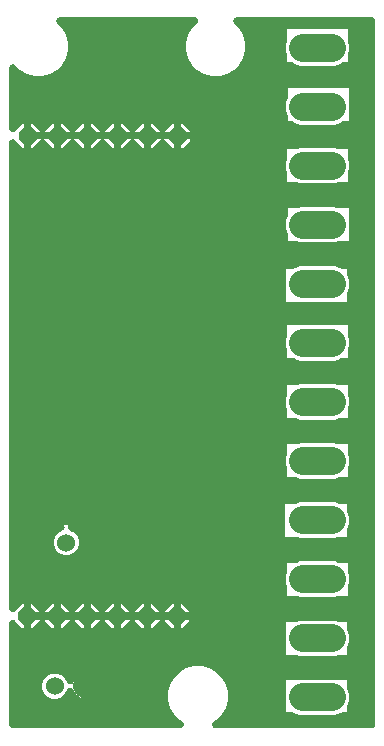
<source format=gbr>
G04 EAGLE Gerber RS-274X export*
G75*
%MOMM*%
%FSLAX34Y34*%
%LPD*%
%INTop Copper*%
%IPPOS*%
%AMOC8*
5,1,8,0,0,1.08239X$1,22.5*%
G01*
%ADD10C,2.380000*%
%ADD11C,1.524000*%
%ADD12P,1.649562X8X292.500000*%
%ADD13P,1.649562X8X112.500000*%
%ADD14C,2.000000*%

G36*
X155152Y22955D02*
X155152Y22955D01*
X155340Y22970D01*
X155529Y22978D01*
X155586Y22990D01*
X155643Y22995D01*
X155827Y23041D01*
X156012Y23079D01*
X156066Y23100D01*
X156122Y23114D01*
X156296Y23188D01*
X156472Y23257D01*
X156522Y23286D01*
X156576Y23309D01*
X156735Y23410D01*
X156898Y23506D01*
X156943Y23543D01*
X156991Y23574D01*
X157132Y23700D01*
X157278Y23821D01*
X157316Y23864D01*
X157359Y23903D01*
X157478Y24050D01*
X157602Y24193D01*
X157632Y24242D01*
X157669Y24287D01*
X157762Y24452D01*
X157862Y24612D01*
X157884Y24665D01*
X157913Y24716D01*
X157978Y24893D01*
X158050Y25068D01*
X158064Y25124D01*
X158084Y25179D01*
X158120Y25364D01*
X158163Y25548D01*
X158167Y25606D01*
X158178Y25663D01*
X158184Y25852D01*
X158197Y26040D01*
X158192Y26098D01*
X158193Y26156D01*
X158168Y26343D01*
X158151Y26531D01*
X158136Y26588D01*
X158129Y26645D01*
X158074Y26825D01*
X158026Y27009D01*
X158003Y27062D01*
X157986Y27117D01*
X157903Y27287D01*
X157826Y27460D01*
X157794Y27508D01*
X157769Y27560D01*
X157659Y27714D01*
X157556Y27872D01*
X157516Y27915D01*
X157483Y27962D01*
X157350Y28096D01*
X157222Y28236D01*
X157185Y28264D01*
X157136Y28313D01*
X156737Y28603D01*
X156698Y28623D01*
X156674Y28641D01*
X154551Y29866D01*
X149866Y34551D01*
X146554Y40288D01*
X144839Y46687D01*
X144839Y53313D01*
X146554Y59712D01*
X149866Y65449D01*
X154551Y70134D01*
X160288Y73446D01*
X166687Y75161D01*
X173313Y75161D01*
X179712Y73446D01*
X185449Y70134D01*
X190134Y65449D01*
X193446Y59712D01*
X195161Y53313D01*
X195161Y46687D01*
X193446Y40288D01*
X190134Y34551D01*
X185449Y29866D01*
X183358Y28659D01*
X183201Y28551D01*
X183040Y28448D01*
X182998Y28410D01*
X182952Y28378D01*
X182815Y28246D01*
X182672Y28119D01*
X182637Y28075D01*
X182596Y28036D01*
X182482Y27884D01*
X182362Y27735D01*
X182335Y27686D01*
X182301Y27641D01*
X182213Y27472D01*
X182119Y27306D01*
X182099Y27253D01*
X182073Y27204D01*
X182014Y27022D01*
X181947Y26843D01*
X181937Y26788D01*
X181919Y26735D01*
X181889Y26546D01*
X181853Y26359D01*
X181851Y26303D01*
X181842Y26248D01*
X181844Y26057D01*
X181838Y25866D01*
X181845Y25810D01*
X181846Y25754D01*
X181878Y25566D01*
X181903Y25377D01*
X181919Y25323D01*
X181928Y25268D01*
X181990Y25087D01*
X182045Y24905D01*
X182070Y24854D01*
X182088Y24801D01*
X182179Y24633D01*
X182263Y24462D01*
X182295Y24416D01*
X182322Y24367D01*
X182438Y24215D01*
X182548Y24060D01*
X182588Y24020D01*
X182622Y23975D01*
X182761Y23845D01*
X182895Y23709D01*
X182941Y23676D01*
X182981Y23637D01*
X183140Y23531D01*
X183294Y23419D01*
X183344Y23393D01*
X183391Y23362D01*
X183565Y23282D01*
X183735Y23197D01*
X183788Y23180D01*
X183839Y23156D01*
X184023Y23106D01*
X184205Y23049D01*
X184250Y23044D01*
X184315Y23026D01*
X184806Y22974D01*
X184852Y22976D01*
X184883Y22973D01*
X317094Y23053D01*
X317169Y23059D01*
X317244Y23057D01*
X317414Y23079D01*
X317586Y23093D01*
X317659Y23111D01*
X317733Y23121D01*
X317898Y23171D01*
X318064Y23212D01*
X318133Y23242D01*
X318206Y23263D01*
X318360Y23339D01*
X318518Y23407D01*
X318581Y23447D01*
X318649Y23480D01*
X318789Y23580D01*
X318933Y23672D01*
X318990Y23722D01*
X319051Y23766D01*
X319173Y23886D01*
X319301Y24001D01*
X319348Y24060D01*
X319402Y24113D01*
X319503Y24251D01*
X319611Y24385D01*
X319648Y24451D01*
X319692Y24511D01*
X319770Y24664D01*
X319855Y24814D01*
X319881Y24885D01*
X319915Y24952D01*
X319966Y25115D01*
X320026Y25277D01*
X320040Y25350D01*
X320063Y25422D01*
X320075Y25527D01*
X320120Y25761D01*
X320127Y25995D01*
X320139Y26100D01*
X320139Y621884D01*
X320133Y621961D01*
X320135Y622038D01*
X320113Y622207D01*
X320099Y622376D01*
X320081Y622451D01*
X320071Y622527D01*
X320022Y622690D01*
X319981Y622855D01*
X319950Y622925D01*
X319928Y622999D01*
X319853Y623152D01*
X319786Y623308D01*
X319745Y623373D01*
X319711Y623442D01*
X319612Y623581D01*
X319521Y623724D01*
X319470Y623781D01*
X319425Y623844D01*
X319306Y623965D01*
X319192Y624092D01*
X319132Y624140D01*
X319078Y624195D01*
X318941Y624295D01*
X318808Y624402D01*
X318742Y624440D01*
X318679Y624485D01*
X318527Y624562D01*
X318380Y624646D01*
X318307Y624673D01*
X318239Y624707D01*
X318077Y624758D01*
X317917Y624817D01*
X317842Y624832D01*
X317768Y624855D01*
X317663Y624867D01*
X317433Y624912D01*
X317195Y624920D01*
X317090Y624931D01*
X203075Y624862D01*
X203038Y624859D01*
X203001Y624861D01*
X202793Y624839D01*
X202584Y624822D01*
X202547Y624813D01*
X202510Y624809D01*
X202308Y624754D01*
X202105Y624703D01*
X202071Y624688D01*
X202035Y624678D01*
X201844Y624591D01*
X201652Y624508D01*
X201620Y624488D01*
X201586Y624473D01*
X201412Y624356D01*
X201236Y624243D01*
X201208Y624218D01*
X201177Y624197D01*
X201025Y624054D01*
X200868Y623914D01*
X200845Y623885D01*
X200818Y623859D01*
X200690Y623693D01*
X200558Y623530D01*
X200540Y623498D01*
X200517Y623468D01*
X200418Y623283D01*
X200315Y623101D01*
X200302Y623066D01*
X200284Y623033D01*
X200216Y622835D01*
X200143Y622638D01*
X200136Y622602D01*
X200124Y622567D01*
X200089Y622360D01*
X200049Y622154D01*
X200048Y622117D01*
X200041Y622080D01*
X200040Y621871D01*
X200034Y621661D01*
X200039Y621624D01*
X200038Y621587D01*
X200071Y621379D01*
X200098Y621172D01*
X200109Y621136D01*
X200115Y621100D01*
X200181Y620900D01*
X200241Y620700D01*
X200258Y620666D01*
X200269Y620631D01*
X200366Y620445D01*
X200458Y620257D01*
X200480Y620226D01*
X200497Y620193D01*
X200555Y620121D01*
X200744Y619855D01*
X200864Y619733D01*
X200922Y619660D01*
X205134Y615449D01*
X208446Y609712D01*
X210161Y603313D01*
X210161Y596687D01*
X208446Y590288D01*
X205134Y584551D01*
X200449Y579866D01*
X194712Y576554D01*
X188313Y574839D01*
X181687Y574839D01*
X175288Y576554D01*
X169551Y579866D01*
X164866Y584551D01*
X161554Y590288D01*
X159839Y596687D01*
X159839Y603313D01*
X161554Y609712D01*
X164866Y615449D01*
X169056Y619638D01*
X169081Y619668D01*
X169110Y619694D01*
X169241Y619856D01*
X169375Y620014D01*
X169395Y620048D01*
X169420Y620078D01*
X169523Y620259D01*
X169630Y620437D01*
X169644Y620473D01*
X169664Y620507D01*
X169736Y620703D01*
X169813Y620895D01*
X169821Y620933D01*
X169835Y620970D01*
X169875Y621174D01*
X169920Y621377D01*
X169922Y621416D01*
X169929Y621454D01*
X169936Y621661D01*
X169947Y621869D01*
X169943Y621908D01*
X169944Y621947D01*
X169917Y622153D01*
X169895Y622360D01*
X169885Y622397D01*
X169880Y622436D01*
X169820Y622635D01*
X169764Y622835D01*
X169748Y622871D01*
X169737Y622908D01*
X169646Y623095D01*
X169559Y623284D01*
X169537Y623316D01*
X169520Y623351D01*
X169400Y623520D01*
X169283Y623693D01*
X169257Y623722D01*
X169234Y623753D01*
X169088Y623901D01*
X168945Y624053D01*
X168915Y624076D01*
X168887Y624104D01*
X168719Y624226D01*
X168554Y624353D01*
X168520Y624371D01*
X168488Y624394D01*
X168303Y624488D01*
X168119Y624586D01*
X168082Y624599D01*
X168048Y624616D01*
X167850Y624679D01*
X167653Y624746D01*
X167614Y624753D01*
X167577Y624764D01*
X167484Y624775D01*
X167166Y624829D01*
X166993Y624830D01*
X166899Y624840D01*
X53166Y624771D01*
X53129Y624768D01*
X53092Y624771D01*
X52884Y624748D01*
X52674Y624731D01*
X52638Y624722D01*
X52601Y624718D01*
X52399Y624663D01*
X52196Y624612D01*
X52161Y624598D01*
X52126Y624588D01*
X51934Y624500D01*
X51742Y624417D01*
X51711Y624398D01*
X51677Y624382D01*
X51503Y624265D01*
X51326Y624152D01*
X51299Y624127D01*
X51268Y624107D01*
X51115Y623963D01*
X50959Y623823D01*
X50935Y623794D01*
X50908Y623769D01*
X50781Y623603D01*
X50649Y623439D01*
X50631Y623407D01*
X50608Y623377D01*
X50509Y623193D01*
X50405Y623010D01*
X50392Y622975D01*
X50375Y622943D01*
X50307Y622744D01*
X50234Y622548D01*
X50227Y622511D01*
X50215Y622476D01*
X50180Y622269D01*
X50140Y622063D01*
X50138Y622026D01*
X50132Y621990D01*
X50131Y621780D01*
X50125Y621570D01*
X50129Y621533D01*
X50129Y621496D01*
X50162Y621289D01*
X50189Y621081D01*
X50200Y621046D01*
X50206Y621009D01*
X50272Y620809D01*
X50332Y620609D01*
X50348Y620576D01*
X50360Y620540D01*
X50457Y620354D01*
X50549Y620166D01*
X50571Y620136D01*
X50588Y620103D01*
X50645Y620031D01*
X50835Y619764D01*
X50955Y619643D01*
X51013Y619569D01*
X55134Y615449D01*
X58446Y609712D01*
X60161Y603313D01*
X60161Y596687D01*
X58446Y590288D01*
X55134Y584551D01*
X50449Y579866D01*
X44712Y576554D01*
X38313Y574839D01*
X31687Y574839D01*
X25288Y576554D01*
X19551Y579866D01*
X15363Y584055D01*
X15334Y584079D01*
X15308Y584108D01*
X15146Y584239D01*
X14987Y584374D01*
X14954Y584394D01*
X14924Y584418D01*
X14743Y584521D01*
X14564Y584629D01*
X14529Y584643D01*
X14496Y584662D01*
X14300Y584734D01*
X14106Y584812D01*
X14069Y584820D01*
X14033Y584833D01*
X13828Y584873D01*
X13624Y584919D01*
X13586Y584921D01*
X13549Y584928D01*
X13341Y584934D01*
X13132Y584946D01*
X13094Y584942D01*
X13056Y584943D01*
X12849Y584916D01*
X12641Y584894D01*
X12605Y584884D01*
X12567Y584879D01*
X12367Y584819D01*
X12166Y584763D01*
X12131Y584747D01*
X12094Y584736D01*
X11907Y584645D01*
X11717Y584558D01*
X11685Y584536D01*
X11651Y584520D01*
X11482Y584399D01*
X11308Y584282D01*
X11280Y584256D01*
X11249Y584234D01*
X11101Y584088D01*
X10948Y583944D01*
X10925Y583914D01*
X10898Y583887D01*
X10775Y583719D01*
X10648Y583553D01*
X10630Y583519D01*
X10608Y583489D01*
X10514Y583303D01*
X10415Y583118D01*
X10402Y583082D01*
X10385Y583048D01*
X10323Y582849D01*
X10255Y582652D01*
X10249Y582614D01*
X10237Y582578D01*
X10227Y582485D01*
X10172Y582165D01*
X10171Y581993D01*
X10161Y581900D01*
X10161Y530587D01*
X10164Y530549D01*
X10162Y530511D01*
X10184Y530303D01*
X10201Y530095D01*
X10210Y530058D01*
X10214Y530020D01*
X10269Y529819D01*
X10319Y529616D01*
X10334Y529581D01*
X10345Y529545D01*
X10432Y529355D01*
X10514Y529163D01*
X10534Y529131D01*
X10550Y529096D01*
X10667Y528923D01*
X10779Y528747D01*
X10804Y528718D01*
X10826Y528687D01*
X10969Y528535D01*
X11108Y528379D01*
X11137Y528355D01*
X11163Y528327D01*
X11329Y528200D01*
X11492Y528069D01*
X11525Y528050D01*
X11555Y528027D01*
X11739Y527928D01*
X11920Y527825D01*
X11956Y527812D01*
X11990Y527794D01*
X12187Y527726D01*
X12383Y527653D01*
X12420Y527646D01*
X12456Y527634D01*
X12663Y527599D01*
X12867Y527559D01*
X12905Y527558D01*
X12943Y527551D01*
X13152Y527550D01*
X13360Y527543D01*
X13398Y527548D01*
X13436Y527548D01*
X13643Y527581D01*
X13849Y527608D01*
X13886Y527619D01*
X13923Y527625D01*
X14122Y527690D01*
X14321Y527750D01*
X14356Y527767D01*
X14392Y527779D01*
X14577Y527876D01*
X14765Y527967D01*
X14796Y527989D01*
X14830Y528007D01*
X14902Y528065D01*
X15167Y528253D01*
X15289Y528373D01*
X15363Y528432D01*
X21591Y534661D01*
X22753Y534661D01*
X22753Y524500D01*
X22753Y514339D01*
X21591Y514339D01*
X15363Y520568D01*
X15334Y520593D01*
X15308Y520621D01*
X15146Y520752D01*
X14987Y520887D01*
X14954Y520907D01*
X14924Y520931D01*
X14743Y521034D01*
X14564Y521142D01*
X14529Y521156D01*
X14496Y521175D01*
X14300Y521248D01*
X14106Y521325D01*
X14069Y521333D01*
X14033Y521347D01*
X13828Y521387D01*
X13624Y521432D01*
X13586Y521434D01*
X13549Y521441D01*
X13341Y521448D01*
X13132Y521459D01*
X13094Y521455D01*
X13056Y521457D01*
X12849Y521429D01*
X12641Y521407D01*
X12605Y521397D01*
X12567Y521392D01*
X12367Y521332D01*
X12166Y521277D01*
X12131Y521261D01*
X12094Y521250D01*
X11907Y521158D01*
X11717Y521071D01*
X11685Y521049D01*
X11651Y521033D01*
X11482Y520912D01*
X11308Y520795D01*
X11280Y520769D01*
X11249Y520747D01*
X11101Y520601D01*
X10948Y520458D01*
X10925Y520427D01*
X10898Y520401D01*
X10775Y520232D01*
X10648Y520066D01*
X10630Y520033D01*
X10608Y520002D01*
X10514Y519816D01*
X10415Y519632D01*
X10402Y519595D01*
X10385Y519561D01*
X10323Y519363D01*
X10255Y519165D01*
X10249Y519127D01*
X10237Y519091D01*
X10227Y518998D01*
X10172Y518678D01*
X10171Y518506D01*
X10161Y518413D01*
X10161Y124087D01*
X10164Y124049D01*
X10162Y124011D01*
X10184Y123803D01*
X10201Y123595D01*
X10210Y123558D01*
X10214Y123520D01*
X10269Y123319D01*
X10319Y123116D01*
X10334Y123081D01*
X10345Y123045D01*
X10432Y122855D01*
X10514Y122663D01*
X10534Y122631D01*
X10550Y122596D01*
X10667Y122423D01*
X10779Y122247D01*
X10804Y122218D01*
X10826Y122187D01*
X10969Y122035D01*
X11108Y121879D01*
X11137Y121855D01*
X11163Y121827D01*
X11329Y121700D01*
X11492Y121569D01*
X11525Y121550D01*
X11555Y121527D01*
X11739Y121428D01*
X11920Y121325D01*
X11956Y121312D01*
X11990Y121294D01*
X12187Y121226D01*
X12383Y121153D01*
X12420Y121146D01*
X12456Y121134D01*
X12663Y121099D01*
X12867Y121059D01*
X12905Y121058D01*
X12943Y121051D01*
X13152Y121050D01*
X13360Y121043D01*
X13398Y121048D01*
X13436Y121048D01*
X13643Y121081D01*
X13849Y121108D01*
X13886Y121119D01*
X13923Y121125D01*
X14122Y121190D01*
X14321Y121250D01*
X14356Y121267D01*
X14392Y121279D01*
X14577Y121376D01*
X14765Y121467D01*
X14796Y121489D01*
X14830Y121507D01*
X14902Y121565D01*
X15167Y121753D01*
X15289Y121873D01*
X15363Y121932D01*
X21391Y127961D01*
X22553Y127961D01*
X22553Y117800D01*
X22553Y107639D01*
X21391Y107639D01*
X15363Y113668D01*
X15334Y113693D01*
X15308Y113721D01*
X15146Y113852D01*
X14987Y113987D01*
X14954Y114007D01*
X14924Y114031D01*
X14743Y114134D01*
X14564Y114242D01*
X14529Y114256D01*
X14496Y114275D01*
X14300Y114348D01*
X14106Y114425D01*
X14069Y114433D01*
X14033Y114447D01*
X13828Y114487D01*
X13624Y114532D01*
X13586Y114534D01*
X13549Y114541D01*
X13341Y114548D01*
X13132Y114559D01*
X13094Y114555D01*
X13056Y114557D01*
X12849Y114529D01*
X12641Y114507D01*
X12605Y114497D01*
X12567Y114492D01*
X12367Y114432D01*
X12166Y114377D01*
X12131Y114361D01*
X12094Y114350D01*
X11907Y114258D01*
X11717Y114171D01*
X11685Y114149D01*
X11651Y114133D01*
X11482Y114012D01*
X11308Y113895D01*
X11280Y113869D01*
X11249Y113847D01*
X11101Y113701D01*
X10948Y113558D01*
X10925Y113527D01*
X10898Y113501D01*
X10775Y113332D01*
X10648Y113166D01*
X10630Y113133D01*
X10608Y113102D01*
X10514Y112916D01*
X10415Y112732D01*
X10402Y112695D01*
X10385Y112661D01*
X10323Y112462D01*
X10255Y112265D01*
X10249Y112227D01*
X10237Y112191D01*
X10227Y112098D01*
X10172Y111778D01*
X10171Y111606D01*
X10161Y111513D01*
X10161Y25916D01*
X10167Y25839D01*
X10165Y25762D01*
X10187Y25593D01*
X10201Y25424D01*
X10219Y25349D01*
X10229Y25273D01*
X10278Y25110D01*
X10319Y24945D01*
X10350Y24875D01*
X10372Y24801D01*
X10447Y24648D01*
X10514Y24492D01*
X10555Y24427D01*
X10589Y24358D01*
X10688Y24219D01*
X10779Y24076D01*
X10830Y24019D01*
X10875Y23956D01*
X10994Y23835D01*
X11108Y23708D01*
X11168Y23660D01*
X11222Y23605D01*
X11359Y23505D01*
X11492Y23398D01*
X11558Y23360D01*
X11621Y23315D01*
X11773Y23238D01*
X11920Y23154D01*
X11993Y23127D01*
X12061Y23093D01*
X12223Y23042D01*
X12383Y22983D01*
X12458Y22968D01*
X12532Y22945D01*
X12637Y22933D01*
X12867Y22888D01*
X13105Y22880D01*
X13210Y22869D01*
X155152Y22955D01*
G37*
%LPC*%
G36*
X256326Y533961D02*
X256326Y533961D01*
X250832Y536237D01*
X250663Y536407D01*
X250576Y536481D01*
X250495Y536562D01*
X250388Y536640D01*
X250287Y536726D01*
X250189Y536785D01*
X250096Y536852D01*
X249978Y536912D01*
X249864Y536981D01*
X249758Y537023D01*
X249656Y537075D01*
X249529Y537115D01*
X249406Y537164D01*
X249295Y537189D01*
X249186Y537223D01*
X249092Y537233D01*
X248924Y537271D01*
X248600Y537289D01*
X248508Y537299D01*
X246000Y537299D01*
X245999Y537300D01*
X245999Y541352D01*
X245998Y541361D01*
X245999Y541371D01*
X245979Y541606D01*
X245959Y541843D01*
X245957Y541853D01*
X245956Y541862D01*
X245945Y541901D01*
X245841Y542322D01*
X245789Y542442D01*
X245767Y542518D01*
X244351Y545936D01*
X244351Y551884D01*
X245767Y555302D01*
X245770Y555311D01*
X245775Y555320D01*
X245847Y555548D01*
X245919Y555772D01*
X245920Y555781D01*
X245923Y555791D01*
X245927Y555831D01*
X245992Y556260D01*
X245990Y556390D01*
X245999Y556468D01*
X245999Y565200D01*
X246000Y565201D01*
X297700Y565201D01*
X297701Y565200D01*
X297701Y553330D01*
X297702Y553320D01*
X297701Y553310D01*
X297721Y553075D01*
X297741Y552838D01*
X297743Y552829D01*
X297744Y552819D01*
X297755Y552781D01*
X297859Y552359D01*
X297911Y552239D01*
X297933Y552164D01*
X298049Y551884D01*
X298049Y545936D01*
X297933Y545656D01*
X297930Y545647D01*
X297925Y545638D01*
X297853Y545410D01*
X297781Y545187D01*
X297780Y545177D01*
X297777Y545168D01*
X297773Y545128D01*
X297708Y544699D01*
X297710Y544568D01*
X297701Y544490D01*
X297701Y537300D01*
X297700Y537299D01*
X293892Y537299D01*
X293779Y537290D01*
X293664Y537291D01*
X293533Y537270D01*
X293400Y537259D01*
X293290Y537232D01*
X293177Y537214D01*
X293051Y537173D01*
X292922Y537141D01*
X292817Y537096D01*
X292708Y537060D01*
X292590Y536998D01*
X292468Y536946D01*
X292372Y536885D01*
X292271Y536832D01*
X292197Y536773D01*
X292052Y536681D01*
X291810Y536465D01*
X291737Y536407D01*
X291568Y536237D01*
X286074Y533961D01*
X256326Y533961D01*
G37*
%LPD*%
%LPC*%
G36*
X256326Y583961D02*
X256326Y583961D01*
X250653Y586311D01*
X250596Y586352D01*
X250478Y586412D01*
X250364Y586481D01*
X250258Y586523D01*
X250156Y586575D01*
X250029Y586615D01*
X249906Y586664D01*
X249795Y586689D01*
X249686Y586723D01*
X249592Y586733D01*
X249424Y586771D01*
X249100Y586789D01*
X249008Y586799D01*
X245500Y586799D01*
X245499Y586800D01*
X245499Y592559D01*
X245498Y592568D01*
X245499Y592578D01*
X245479Y592813D01*
X245459Y593051D01*
X245457Y593060D01*
X245456Y593070D01*
X245445Y593108D01*
X245341Y593529D01*
X245289Y593650D01*
X245267Y593725D01*
X244351Y595936D01*
X244351Y601884D01*
X245267Y604095D01*
X245270Y604104D01*
X245275Y604113D01*
X245347Y604341D01*
X245419Y604565D01*
X245420Y604574D01*
X245423Y604583D01*
X245427Y604624D01*
X245492Y605052D01*
X245490Y605183D01*
X245499Y605261D01*
X245499Y614700D01*
X245500Y614701D01*
X297200Y614701D01*
X297201Y614700D01*
X297201Y604537D01*
X297202Y604527D01*
X297201Y604518D01*
X297221Y604282D01*
X297241Y604045D01*
X297243Y604036D01*
X297244Y604026D01*
X297255Y603988D01*
X297359Y603566D01*
X297411Y603446D01*
X297433Y603371D01*
X298049Y601883D01*
X298049Y595937D01*
X297433Y594449D01*
X297430Y594440D01*
X297425Y594431D01*
X297354Y594206D01*
X297281Y593980D01*
X297280Y593970D01*
X297277Y593961D01*
X297273Y593920D01*
X297208Y593492D01*
X297210Y593361D01*
X297201Y593283D01*
X297201Y586800D01*
X297200Y586799D01*
X293392Y586799D01*
X293279Y586790D01*
X293164Y586791D01*
X293033Y586770D01*
X292900Y586759D01*
X292790Y586732D01*
X292677Y586714D01*
X292551Y586673D01*
X292422Y586641D01*
X292317Y586596D01*
X292208Y586560D01*
X292090Y586498D01*
X291968Y586446D01*
X291872Y586385D01*
X291771Y586332D01*
X291742Y586309D01*
X286074Y583961D01*
X256326Y583961D01*
G37*
%LPD*%
%LPC*%
G36*
X244900Y383499D02*
X244900Y383499D01*
X244899Y383500D01*
X244899Y394207D01*
X244898Y394217D01*
X244899Y394227D01*
X244879Y394462D01*
X244859Y394699D01*
X244857Y394709D01*
X244856Y394718D01*
X244845Y394757D01*
X244741Y395178D01*
X244689Y395298D01*
X244667Y395373D01*
X244351Y396136D01*
X244351Y402084D01*
X244667Y402847D01*
X244670Y402856D01*
X244675Y402864D01*
X244747Y403092D01*
X244819Y403316D01*
X244820Y403326D01*
X244823Y403335D01*
X244827Y403375D01*
X244892Y403804D01*
X244890Y403935D01*
X244899Y404013D01*
X244899Y411400D01*
X244900Y411401D01*
X249303Y411401D01*
X249313Y411402D01*
X249323Y411401D01*
X249558Y411421D01*
X249795Y411441D01*
X249805Y411443D01*
X249814Y411444D01*
X249853Y411455D01*
X250274Y411559D01*
X250394Y411611D01*
X250469Y411633D01*
X256326Y414059D01*
X286074Y414059D01*
X291931Y411633D01*
X291940Y411630D01*
X291948Y411625D01*
X292177Y411553D01*
X292400Y411481D01*
X292410Y411480D01*
X292419Y411477D01*
X292459Y411473D01*
X292888Y411408D01*
X293019Y411410D01*
X293097Y411401D01*
X296600Y411401D01*
X296601Y411400D01*
X296601Y406185D01*
X296602Y406176D01*
X296601Y406166D01*
X296621Y405931D01*
X296641Y405694D01*
X296643Y405684D01*
X296644Y405675D01*
X296655Y405636D01*
X296759Y405215D01*
X296811Y405095D01*
X296833Y405019D01*
X298049Y402084D01*
X298049Y396136D01*
X296833Y393201D01*
X296830Y393192D01*
X296825Y393183D01*
X296753Y392955D01*
X296681Y392731D01*
X296680Y392722D01*
X296677Y392712D01*
X296673Y392672D01*
X296608Y392243D01*
X296610Y392113D01*
X296601Y392035D01*
X296601Y383500D01*
X296600Y383499D01*
X244900Y383499D01*
G37*
%LPD*%
%LPC*%
G36*
X256326Y34061D02*
X256326Y34061D01*
X251725Y35967D01*
X251716Y35970D01*
X251707Y35975D01*
X251479Y36047D01*
X251255Y36119D01*
X251246Y36120D01*
X251237Y36123D01*
X251196Y36127D01*
X250768Y36192D01*
X250637Y36190D01*
X250559Y36199D01*
X244200Y36199D01*
X244199Y36200D01*
X244199Y64100D01*
X244200Y64101D01*
X295900Y64101D01*
X295901Y64100D01*
X295901Y57775D01*
X295902Y57766D01*
X295901Y57756D01*
X295921Y57521D01*
X295941Y57284D01*
X295943Y57274D01*
X295944Y57265D01*
X295955Y57226D01*
X296059Y56805D01*
X296111Y56685D01*
X296133Y56609D01*
X298049Y51984D01*
X298049Y46036D01*
X296133Y41411D01*
X296130Y41402D01*
X296125Y41393D01*
X296053Y41165D01*
X295981Y40941D01*
X295980Y40932D01*
X295977Y40922D01*
X295973Y40882D01*
X295908Y40453D01*
X295910Y40323D01*
X295901Y40245D01*
X295901Y36200D01*
X295900Y36199D01*
X291841Y36199D01*
X291832Y36198D01*
X291822Y36199D01*
X291586Y36179D01*
X291349Y36159D01*
X291340Y36157D01*
X291330Y36156D01*
X291292Y36145D01*
X290871Y36041D01*
X290750Y35989D01*
X290675Y35967D01*
X286074Y34061D01*
X256326Y34061D01*
G37*
%LPD*%
%LPC*%
G36*
X256327Y184161D02*
X256327Y184161D01*
X254622Y184867D01*
X254613Y184870D01*
X254604Y184875D01*
X254377Y184946D01*
X254152Y185019D01*
X254143Y185020D01*
X254134Y185023D01*
X254093Y185027D01*
X253665Y185092D01*
X253534Y185090D01*
X253456Y185099D01*
X244100Y185099D01*
X244099Y185100D01*
X244099Y213000D01*
X244100Y213001D01*
X253166Y213001D01*
X253176Y213002D01*
X253185Y213001D01*
X253421Y213021D01*
X253658Y213041D01*
X253667Y213043D01*
X253677Y213044D01*
X253715Y213055D01*
X254137Y213159D01*
X254257Y213211D01*
X254332Y213233D01*
X256326Y214059D01*
X286074Y214059D01*
X288068Y213233D01*
X288077Y213230D01*
X288086Y213225D01*
X288314Y213153D01*
X288537Y213081D01*
X288547Y213080D01*
X288556Y213077D01*
X288596Y213073D01*
X289025Y213008D01*
X289156Y213010D01*
X289234Y213001D01*
X295800Y213001D01*
X295801Y213000D01*
X295801Y208117D01*
X295802Y208107D01*
X295801Y208097D01*
X295821Y207862D01*
X295841Y207625D01*
X295843Y207616D01*
X295844Y207606D01*
X295855Y207568D01*
X295959Y207146D01*
X296011Y207026D01*
X296033Y206951D01*
X298049Y202084D01*
X298049Y196136D01*
X296033Y191269D01*
X296030Y191260D01*
X296025Y191251D01*
X295953Y191024D01*
X295881Y190800D01*
X295880Y190790D01*
X295877Y190781D01*
X295873Y190741D01*
X295808Y190312D01*
X295810Y190181D01*
X295801Y190103D01*
X295801Y185100D01*
X295800Y185099D01*
X288944Y185099D01*
X288934Y185098D01*
X288925Y185099D01*
X288689Y185079D01*
X288452Y185059D01*
X288443Y185057D01*
X288433Y185056D01*
X288395Y185045D01*
X287974Y184941D01*
X287853Y184889D01*
X287778Y184867D01*
X286073Y184161D01*
X256327Y184161D01*
G37*
%LPD*%
%LPC*%
G36*
X256326Y84061D02*
X256326Y84061D01*
X254139Y84967D01*
X254130Y84970D01*
X254121Y84975D01*
X253894Y85046D01*
X253670Y85119D01*
X253660Y85120D01*
X253651Y85123D01*
X253610Y85127D01*
X253182Y85192D01*
X253051Y85190D01*
X252973Y85199D01*
X244400Y85199D01*
X244399Y85200D01*
X244399Y95315D01*
X244398Y95324D01*
X244399Y95334D01*
X244379Y95569D01*
X244359Y95806D01*
X244357Y95816D01*
X244356Y95826D01*
X244351Y95842D01*
X244351Y102226D01*
X244392Y102496D01*
X244390Y102627D01*
X244399Y102705D01*
X244399Y113100D01*
X244400Y113101D01*
X253649Y113101D01*
X253659Y113102D01*
X253668Y113101D01*
X253904Y113121D01*
X254141Y113141D01*
X254150Y113143D01*
X254160Y113144D01*
X254198Y113155D01*
X254620Y113259D01*
X254740Y113311D01*
X254815Y113333D01*
X256326Y113959D01*
X286074Y113959D01*
X287585Y113333D01*
X287594Y113330D01*
X287603Y113325D01*
X287830Y113254D01*
X288054Y113181D01*
X288064Y113180D01*
X288073Y113177D01*
X288114Y113173D01*
X288542Y113108D01*
X288673Y113110D01*
X288751Y113101D01*
X296100Y113101D01*
X296101Y113100D01*
X296101Y107293D01*
X296102Y107283D01*
X296101Y107273D01*
X296121Y107038D01*
X296141Y106801D01*
X296143Y106791D01*
X296144Y106782D01*
X296155Y106743D01*
X296259Y106322D01*
X296311Y106202D01*
X296333Y106126D01*
X298049Y101984D01*
X298049Y96036D01*
X296333Y91894D01*
X296330Y91884D01*
X296325Y91876D01*
X296253Y91648D01*
X296181Y91424D01*
X296180Y91415D01*
X296177Y91405D01*
X296173Y91365D01*
X296108Y90936D01*
X296110Y90806D01*
X296101Y90727D01*
X296101Y85200D01*
X296100Y85199D01*
X289427Y85199D01*
X289417Y85198D01*
X289408Y85199D01*
X289172Y85179D01*
X288935Y85159D01*
X288926Y85157D01*
X288916Y85156D01*
X288878Y85145D01*
X288456Y85041D01*
X288336Y84989D01*
X288261Y84967D01*
X286074Y84061D01*
X256326Y84061D01*
G37*
%LPD*%
%LPC*%
G36*
X256326Y334161D02*
X256326Y334161D01*
X252449Y335767D01*
X252440Y335770D01*
X252431Y335775D01*
X252203Y335847D01*
X251980Y335919D01*
X251970Y335920D01*
X251961Y335923D01*
X251920Y335927D01*
X251492Y335992D01*
X251361Y335990D01*
X251283Y335999D01*
X245400Y335999D01*
X245399Y336000D01*
X245399Y343000D01*
X245398Y343010D01*
X245399Y343020D01*
X245379Y343255D01*
X245359Y343492D01*
X245357Y343501D01*
X245356Y343511D01*
X245345Y343549D01*
X245241Y343971D01*
X245189Y344091D01*
X245167Y344166D01*
X244351Y346136D01*
X244351Y352084D01*
X245167Y354054D01*
X245170Y354063D01*
X245175Y354071D01*
X245247Y354299D01*
X245319Y354523D01*
X245320Y354533D01*
X245323Y354542D01*
X245327Y354582D01*
X245392Y355011D01*
X245390Y355142D01*
X245399Y355220D01*
X245399Y363900D01*
X245400Y363901D01*
X255339Y363901D01*
X255349Y363902D01*
X255358Y363901D01*
X255595Y363922D01*
X255831Y363941D01*
X255840Y363943D01*
X255850Y363944D01*
X255888Y363955D01*
X256307Y364059D01*
X286124Y364059D01*
X286139Y364054D01*
X286365Y363981D01*
X286374Y363980D01*
X286383Y363977D01*
X286423Y363973D01*
X286852Y363908D01*
X286983Y363910D01*
X287061Y363901D01*
X297100Y363901D01*
X297101Y363900D01*
X297101Y354978D01*
X297102Y354969D01*
X297101Y354959D01*
X297106Y354903D01*
X297105Y354867D01*
X297117Y354769D01*
X297121Y354724D01*
X297141Y354487D01*
X297143Y354477D01*
X297144Y354468D01*
X297155Y354429D01*
X297259Y354008D01*
X297311Y353888D01*
X297333Y353812D01*
X298049Y352084D01*
X298049Y346136D01*
X297333Y344408D01*
X297330Y344399D01*
X297325Y344390D01*
X297253Y344161D01*
X297181Y343938D01*
X297180Y343929D01*
X297177Y343919D01*
X297173Y343879D01*
X297108Y343450D01*
X297110Y343320D01*
X297101Y343242D01*
X297101Y336000D01*
X297100Y335999D01*
X291117Y335999D01*
X291107Y335998D01*
X291098Y335999D01*
X290862Y335979D01*
X290625Y335959D01*
X290616Y335957D01*
X290606Y335956D01*
X290568Y335945D01*
X290146Y335841D01*
X290026Y335789D01*
X289951Y335767D01*
X286074Y334161D01*
X256326Y334161D01*
G37*
%LPD*%
%LPC*%
G36*
X256326Y434161D02*
X256326Y434161D01*
X253415Y435367D01*
X253406Y435370D01*
X253397Y435375D01*
X253169Y435447D01*
X252945Y435519D01*
X252936Y435520D01*
X252926Y435523D01*
X252886Y435527D01*
X252457Y435592D01*
X252327Y435590D01*
X252249Y435599D01*
X246000Y435599D01*
X245999Y435600D01*
X245999Y441552D01*
X245998Y441561D01*
X245999Y441571D01*
X245979Y441806D01*
X245959Y442043D01*
X245957Y442053D01*
X245956Y442063D01*
X245945Y442101D01*
X245841Y442522D01*
X245789Y442642D01*
X245767Y442718D01*
X244351Y446136D01*
X244351Y452084D01*
X245767Y455502D01*
X245770Y455511D01*
X245775Y455520D01*
X245847Y455748D01*
X245919Y455972D01*
X245920Y455981D01*
X245923Y455991D01*
X245927Y456031D01*
X245992Y456460D01*
X245990Y456590D01*
X245999Y456668D01*
X245999Y463500D01*
X246000Y463501D01*
X254373Y463501D01*
X254383Y463502D01*
X254393Y463501D01*
X254628Y463521D01*
X254865Y463541D01*
X254874Y463543D01*
X254884Y463544D01*
X254922Y463555D01*
X255344Y463659D01*
X255464Y463711D01*
X255539Y463733D01*
X256326Y464059D01*
X286074Y464059D01*
X286861Y463733D01*
X286870Y463730D01*
X286879Y463725D01*
X287107Y463653D01*
X287330Y463581D01*
X287340Y463580D01*
X287349Y463577D01*
X287389Y463573D01*
X287818Y463508D01*
X287949Y463510D01*
X288027Y463501D01*
X297700Y463501D01*
X297701Y463500D01*
X297701Y453530D01*
X297702Y453520D01*
X297701Y453510D01*
X297721Y453275D01*
X297741Y453038D01*
X297743Y453029D01*
X297744Y453019D01*
X297755Y452981D01*
X297859Y452559D01*
X297911Y452439D01*
X297933Y452364D01*
X298049Y452084D01*
X298049Y446136D01*
X297933Y445856D01*
X297930Y445847D01*
X297925Y445838D01*
X297853Y445610D01*
X297781Y445387D01*
X297780Y445377D01*
X297777Y445368D01*
X297773Y445328D01*
X297708Y444899D01*
X297710Y444768D01*
X297701Y444690D01*
X297701Y435600D01*
X297700Y435599D01*
X290151Y435599D01*
X290142Y435598D01*
X290132Y435599D01*
X289897Y435579D01*
X289660Y435559D01*
X289650Y435557D01*
X289641Y435556D01*
X289602Y435545D01*
X289181Y435441D01*
X289061Y435389D01*
X288985Y435367D01*
X286074Y434161D01*
X256326Y434161D01*
G37*
%LPD*%
%LPC*%
G36*
X256326Y234161D02*
X256326Y234161D01*
X253173Y235467D01*
X253164Y235470D01*
X253156Y235475D01*
X252928Y235547D01*
X252704Y235619D01*
X252694Y235620D01*
X252685Y235623D01*
X252645Y235627D01*
X252216Y235692D01*
X252085Y235690D01*
X252007Y235699D01*
X245600Y235699D01*
X245599Y235700D01*
X245599Y242517D01*
X245598Y242527D01*
X245599Y242537D01*
X245579Y242772D01*
X245559Y243009D01*
X245557Y243019D01*
X245556Y243028D01*
X245545Y243067D01*
X245441Y243488D01*
X245389Y243608D01*
X245367Y243684D01*
X244351Y246136D01*
X244351Y252084D01*
X245367Y254536D01*
X245370Y254546D01*
X245375Y254554D01*
X245446Y254782D01*
X245519Y255006D01*
X245520Y255015D01*
X245523Y255025D01*
X245527Y255065D01*
X245592Y255494D01*
X245590Y255625D01*
X245599Y255703D01*
X245599Y263600D01*
X245600Y263601D01*
X254615Y263601D01*
X254624Y263602D01*
X254634Y263601D01*
X254870Y263621D01*
X255106Y263641D01*
X255116Y263643D01*
X255125Y263644D01*
X255164Y263655D01*
X255585Y263759D01*
X255587Y263760D01*
X255706Y263811D01*
X255781Y263833D01*
X256327Y264059D01*
X286073Y264059D01*
X286619Y263833D01*
X286628Y263830D01*
X286635Y263826D01*
X286636Y263826D01*
X286637Y263825D01*
X286864Y263754D01*
X287089Y263681D01*
X287098Y263680D01*
X287108Y263677D01*
X287148Y263673D01*
X287577Y263608D01*
X287707Y263610D01*
X287785Y263601D01*
X297300Y263601D01*
X297301Y263600D01*
X297301Y254495D01*
X297302Y254486D01*
X297301Y254476D01*
X297321Y254241D01*
X297341Y254004D01*
X297343Y253994D01*
X297344Y253985D01*
X297355Y253946D01*
X297381Y253843D01*
X297384Y253818D01*
X297400Y253766D01*
X297459Y253525D01*
X297503Y253423D01*
X297526Y253346D01*
X297530Y253339D01*
X297533Y253329D01*
X298049Y252084D01*
X298049Y246136D01*
X297533Y244891D01*
X297530Y244881D01*
X297525Y244873D01*
X297454Y244646D01*
X297381Y244421D01*
X297380Y244412D01*
X297377Y244402D01*
X297373Y244362D01*
X297308Y243933D01*
X297310Y243803D01*
X297301Y243725D01*
X297301Y235700D01*
X297300Y235699D01*
X290393Y235699D01*
X290383Y235698D01*
X290373Y235699D01*
X290138Y235679D01*
X289901Y235659D01*
X289891Y235657D01*
X289882Y235656D01*
X289844Y235645D01*
X289422Y235541D01*
X289302Y235489D01*
X289227Y235467D01*
X286074Y234161D01*
X256326Y234161D01*
G37*
%LPD*%
%LPC*%
G36*
X256326Y134161D02*
X256326Y134161D01*
X254863Y134767D01*
X254854Y134770D01*
X254846Y134775D01*
X254618Y134847D01*
X254394Y134919D01*
X254384Y134920D01*
X254375Y134923D01*
X254335Y134927D01*
X253906Y134992D01*
X253775Y134990D01*
X253697Y134999D01*
X245000Y134999D01*
X244999Y135000D01*
X244999Y143966D01*
X244998Y143976D01*
X244999Y143985D01*
X244979Y144221D01*
X244959Y144458D01*
X244957Y144467D01*
X244956Y144477D01*
X244945Y144515D01*
X244841Y144937D01*
X244789Y145057D01*
X244767Y145132D01*
X244351Y146137D01*
X244351Y152083D01*
X244767Y153088D01*
X244770Y153097D01*
X244775Y153106D01*
X244846Y153332D01*
X244919Y153557D01*
X244920Y153567D01*
X244923Y153576D01*
X244927Y153617D01*
X244992Y154045D01*
X244990Y154176D01*
X244999Y154254D01*
X244999Y162900D01*
X245000Y162901D01*
X252925Y162901D01*
X252934Y162902D01*
X252944Y162901D01*
X253179Y162921D01*
X253416Y162941D01*
X253426Y162943D01*
X253435Y162944D01*
X253474Y162955D01*
X253895Y163059D01*
X254015Y163111D01*
X254091Y163133D01*
X256326Y164059D01*
X286074Y164059D01*
X288309Y163133D01*
X288318Y163130D01*
X288327Y163125D01*
X288556Y163053D01*
X288779Y162981D01*
X288788Y162980D01*
X288798Y162977D01*
X288838Y162973D01*
X289267Y162908D01*
X289397Y162910D01*
X289475Y162901D01*
X296700Y162901D01*
X296701Y162900D01*
X296701Y155944D01*
X296702Y155934D01*
X296701Y155925D01*
X296721Y155689D01*
X296741Y155452D01*
X296743Y155443D01*
X296744Y155433D01*
X296755Y155395D01*
X296859Y154973D01*
X296911Y154853D01*
X296933Y154778D01*
X298049Y152084D01*
X298049Y146136D01*
X296933Y143442D01*
X296930Y143433D01*
X296925Y143424D01*
X296853Y143196D01*
X296781Y142973D01*
X296780Y142963D01*
X296777Y142954D01*
X296773Y142913D01*
X296708Y142485D01*
X296710Y142354D01*
X296701Y142276D01*
X296701Y135000D01*
X296700Y134999D01*
X288703Y134999D01*
X288693Y134998D01*
X288683Y134999D01*
X288448Y134979D01*
X288211Y134959D01*
X288202Y134957D01*
X288192Y134956D01*
X288154Y134945D01*
X287732Y134841D01*
X287612Y134789D01*
X287537Y134767D01*
X286074Y134161D01*
X256326Y134161D01*
G37*
%LPD*%
%LPC*%
G36*
X256326Y284161D02*
X256326Y284161D01*
X254381Y284967D01*
X254371Y284970D01*
X254363Y284975D01*
X254135Y285047D01*
X253911Y285119D01*
X253902Y285120D01*
X253892Y285123D01*
X253852Y285127D01*
X253423Y285192D01*
X253292Y285190D01*
X253214Y285199D01*
X245100Y285199D01*
X245099Y285200D01*
X245099Y293725D01*
X245098Y293734D01*
X245099Y293744D01*
X245079Y293979D01*
X245059Y294216D01*
X245057Y294226D01*
X245056Y294235D01*
X245045Y294274D01*
X244941Y294695D01*
X244889Y294815D01*
X244867Y294891D01*
X244351Y296136D01*
X244351Y302084D01*
X244867Y303329D01*
X244870Y303339D01*
X244875Y303347D01*
X244946Y303574D01*
X245019Y303799D01*
X245020Y303808D01*
X245023Y303818D01*
X245027Y303858D01*
X245092Y304287D01*
X245090Y304417D01*
X245099Y304495D01*
X245099Y313100D01*
X245100Y313101D01*
X253408Y313101D01*
X253417Y313102D01*
X253427Y313101D01*
X253662Y313121D01*
X253899Y313141D01*
X253909Y313143D01*
X253918Y313144D01*
X253957Y313155D01*
X254378Y313259D01*
X254498Y313311D01*
X254574Y313333D01*
X256326Y314059D01*
X286074Y314059D01*
X287826Y313333D01*
X287836Y313330D01*
X287844Y313325D01*
X288073Y313253D01*
X288296Y313181D01*
X288305Y313180D01*
X288315Y313177D01*
X288355Y313173D01*
X288784Y313108D01*
X288914Y313110D01*
X288992Y313101D01*
X296800Y313101D01*
X296801Y313100D01*
X296801Y305703D01*
X296802Y305693D01*
X296801Y305683D01*
X296821Y305448D01*
X296841Y305211D01*
X296843Y305201D01*
X296844Y305192D01*
X296855Y305153D01*
X296959Y304732D01*
X297011Y304612D01*
X297033Y304536D01*
X298049Y302084D01*
X298049Y296136D01*
X297033Y293684D01*
X297030Y293674D01*
X297025Y293666D01*
X296954Y293438D01*
X296881Y293214D01*
X296880Y293205D01*
X296877Y293195D01*
X296873Y293155D01*
X296808Y292726D01*
X296810Y292595D01*
X296801Y292517D01*
X296801Y285200D01*
X296800Y285199D01*
X289186Y285199D01*
X289176Y285198D01*
X289166Y285199D01*
X288931Y285179D01*
X288694Y285159D01*
X288684Y285157D01*
X288675Y285156D01*
X288636Y285145D01*
X288215Y285041D01*
X288095Y284989D01*
X288019Y284967D01*
X286074Y284161D01*
X256326Y284161D01*
G37*
%LPD*%
%LPC*%
G36*
X256326Y484161D02*
X256326Y484161D01*
X254622Y484867D01*
X254613Y484870D01*
X254604Y484875D01*
X254376Y484947D01*
X254152Y485019D01*
X254143Y485020D01*
X254134Y485023D01*
X254093Y485027D01*
X253665Y485092D01*
X253534Y485090D01*
X253456Y485099D01*
X245500Y485099D01*
X245499Y485100D01*
X245499Y492759D01*
X245498Y492768D01*
X245499Y492778D01*
X245479Y493013D01*
X245459Y493251D01*
X245457Y493260D01*
X245456Y493270D01*
X245445Y493308D01*
X245341Y493729D01*
X245289Y493850D01*
X245267Y493925D01*
X244351Y496136D01*
X244351Y502084D01*
X245267Y504295D01*
X245270Y504304D01*
X245275Y504313D01*
X245347Y504541D01*
X245419Y504765D01*
X245420Y504774D01*
X245423Y504783D01*
X245427Y504824D01*
X245492Y505252D01*
X245490Y505383D01*
X245499Y505461D01*
X245499Y513000D01*
X245500Y513001D01*
X253166Y513001D01*
X253176Y513002D01*
X253185Y513001D01*
X253421Y513021D01*
X253658Y513041D01*
X253667Y513043D01*
X253677Y513044D01*
X253715Y513055D01*
X254137Y513159D01*
X254257Y513211D01*
X254332Y513233D01*
X256326Y514059D01*
X286074Y514059D01*
X288068Y513233D01*
X288077Y513230D01*
X288086Y513225D01*
X288314Y513153D01*
X288537Y513081D01*
X288547Y513080D01*
X288556Y513077D01*
X288597Y513073D01*
X289025Y513008D01*
X289156Y513010D01*
X289234Y513001D01*
X297200Y513001D01*
X297201Y513000D01*
X297201Y504737D01*
X297202Y504727D01*
X297201Y504718D01*
X297221Y504482D01*
X297241Y504245D01*
X297243Y504236D01*
X297244Y504226D01*
X297255Y504188D01*
X297359Y503766D01*
X297411Y503646D01*
X297433Y503571D01*
X298049Y502084D01*
X298049Y496136D01*
X297433Y494649D01*
X297430Y494640D01*
X297425Y494631D01*
X297353Y494403D01*
X297281Y494180D01*
X297280Y494170D01*
X297277Y494161D01*
X297273Y494121D01*
X297208Y493692D01*
X297210Y493561D01*
X297201Y493483D01*
X297201Y485100D01*
X297200Y485099D01*
X288944Y485099D01*
X288935Y485098D01*
X288925Y485099D01*
X288690Y485079D01*
X288452Y485059D01*
X288443Y485057D01*
X288433Y485056D01*
X288395Y485045D01*
X287974Y484941D01*
X287853Y484889D01*
X287778Y484867D01*
X286074Y484161D01*
X256326Y484161D01*
G37*
%LPD*%
%LPC*%
G36*
X56378Y169431D02*
X56378Y169431D01*
X52457Y171055D01*
X49455Y174057D01*
X47831Y177978D01*
X47831Y182222D01*
X49455Y186143D01*
X52457Y189145D01*
X55156Y190263D01*
X55296Y190334D01*
X55441Y190398D01*
X55515Y190447D01*
X55595Y190488D01*
X55722Y190581D01*
X55854Y190667D01*
X55920Y190728D01*
X55992Y190781D01*
X56102Y190894D01*
X56218Y191000D01*
X56274Y191070D01*
X56336Y191134D01*
X56427Y191263D01*
X56525Y191387D01*
X56568Y191465D01*
X56619Y191538D01*
X56688Y191680D01*
X56764Y191818D01*
X56794Y191902D01*
X56833Y191982D01*
X56878Y192134D01*
X56931Y192282D01*
X56947Y192370D01*
X56973Y192456D01*
X56992Y192612D01*
X57021Y192767D01*
X57023Y192857D01*
X57034Y192945D01*
X57028Y193102D01*
X57031Y193260D01*
X57019Y193349D01*
X57016Y193438D01*
X56984Y193592D01*
X56962Y193749D01*
X56935Y193834D01*
X56918Y193922D01*
X56862Y194069D01*
X56815Y194220D01*
X56775Y194300D01*
X56743Y194383D01*
X56664Y194520D01*
X56594Y194661D01*
X56541Y194733D01*
X56497Y194810D01*
X56397Y194932D01*
X56304Y195060D01*
X56241Y195123D01*
X56184Y195192D01*
X56066Y195296D01*
X55954Y195408D01*
X55881Y195459D01*
X55814Y195518D01*
X55681Y195602D01*
X55552Y195694D01*
X55490Y195722D01*
X55396Y195781D01*
X54942Y195972D01*
X54935Y195974D01*
X54931Y195976D01*
X54600Y196084D01*
X53175Y196810D01*
X51881Y197750D01*
X50750Y198881D01*
X49810Y200175D01*
X49084Y201600D01*
X48807Y202453D01*
X58500Y202453D01*
X68193Y202453D01*
X67916Y201600D01*
X67190Y200175D01*
X66250Y198881D01*
X65119Y197750D01*
X63825Y196810D01*
X62400Y196084D01*
X62069Y195976D01*
X61923Y195915D01*
X61774Y195863D01*
X61696Y195820D01*
X61614Y195786D01*
X61480Y195703D01*
X61341Y195627D01*
X61270Y195572D01*
X61195Y195525D01*
X61076Y195421D01*
X60952Y195324D01*
X60891Y195259D01*
X60824Y195200D01*
X60723Y195078D01*
X60616Y194963D01*
X60567Y194888D01*
X60510Y194819D01*
X60431Y194683D01*
X60343Y194552D01*
X60307Y194470D01*
X60262Y194393D01*
X60205Y194246D01*
X60140Y194102D01*
X60117Y194016D01*
X60085Y193932D01*
X60054Y193778D01*
X60013Y193625D01*
X60004Y193537D01*
X59986Y193449D01*
X59979Y193292D01*
X59964Y193135D01*
X59969Y193045D01*
X59966Y192956D01*
X59985Y192800D01*
X59994Y192642D01*
X60014Y192555D01*
X60025Y192467D01*
X60069Y192315D01*
X60104Y192161D01*
X60138Y192079D01*
X60163Y191993D01*
X60231Y191851D01*
X60290Y191704D01*
X60337Y191628D01*
X60375Y191548D01*
X60465Y191418D01*
X60548Y191283D01*
X60606Y191216D01*
X60657Y191142D01*
X60766Y191029D01*
X60869Y190909D01*
X60938Y190852D01*
X61000Y190788D01*
X61126Y190694D01*
X61247Y190592D01*
X61307Y190559D01*
X61396Y190494D01*
X61834Y190267D01*
X61840Y190265D01*
X61844Y190263D01*
X64543Y189145D01*
X67545Y186143D01*
X69169Y182222D01*
X69169Y177978D01*
X67545Y174057D01*
X64543Y171055D01*
X60622Y169431D01*
X56378Y169431D01*
G37*
%LPD*%
%LPC*%
G36*
X46678Y47831D02*
X46678Y47831D01*
X42757Y49455D01*
X39755Y52457D01*
X38131Y56378D01*
X38131Y60622D01*
X39755Y64543D01*
X42757Y67545D01*
X46678Y69169D01*
X50922Y69169D01*
X54843Y67545D01*
X57845Y64543D01*
X58963Y61844D01*
X59034Y61704D01*
X59098Y61559D01*
X59147Y61485D01*
X59188Y61405D01*
X59281Y61278D01*
X59367Y61146D01*
X59428Y61080D01*
X59481Y61008D01*
X59594Y60898D01*
X59700Y60782D01*
X59770Y60726D01*
X59834Y60664D01*
X59963Y60573D01*
X60087Y60475D01*
X60165Y60432D01*
X60238Y60381D01*
X60380Y60312D01*
X60518Y60236D01*
X60602Y60206D01*
X60682Y60167D01*
X60834Y60122D01*
X60982Y60069D01*
X61070Y60053D01*
X61156Y60027D01*
X61312Y60008D01*
X61467Y59979D01*
X61557Y59977D01*
X61645Y59966D01*
X61802Y59972D01*
X61960Y59969D01*
X62049Y59981D01*
X62138Y59984D01*
X62292Y60016D01*
X62449Y60038D01*
X62534Y60065D01*
X62622Y60082D01*
X62769Y60138D01*
X62920Y60185D01*
X63000Y60225D01*
X63083Y60257D01*
X63220Y60336D01*
X63361Y60406D01*
X63433Y60459D01*
X63510Y60503D01*
X63632Y60603D01*
X63760Y60696D01*
X63823Y60759D01*
X63892Y60816D01*
X63996Y60934D01*
X64108Y61046D01*
X64159Y61119D01*
X64218Y61186D01*
X64302Y61319D01*
X64394Y61448D01*
X64422Y61510D01*
X64481Y61604D01*
X64672Y62058D01*
X64674Y62065D01*
X64676Y62069D01*
X64784Y62400D01*
X65510Y63825D01*
X66450Y65119D01*
X67581Y66250D01*
X68875Y67190D01*
X70300Y67916D01*
X71153Y68193D01*
X71153Y58500D01*
X71153Y48807D01*
X70300Y49084D01*
X68875Y49810D01*
X67581Y50750D01*
X66450Y51881D01*
X65510Y53175D01*
X64784Y54600D01*
X64676Y54931D01*
X64615Y55077D01*
X64563Y55226D01*
X64520Y55304D01*
X64486Y55387D01*
X64403Y55521D01*
X64327Y55659D01*
X64272Y55730D01*
X64225Y55805D01*
X64121Y55924D01*
X64024Y56048D01*
X63959Y56109D01*
X63900Y56176D01*
X63778Y56277D01*
X63663Y56384D01*
X63588Y56433D01*
X63519Y56490D01*
X63383Y56570D01*
X63252Y56657D01*
X63170Y56694D01*
X63093Y56738D01*
X62946Y56795D01*
X62802Y56860D01*
X62715Y56883D01*
X62632Y56915D01*
X62478Y56946D01*
X62325Y56987D01*
X62236Y56996D01*
X62149Y57014D01*
X61991Y57021D01*
X61835Y57036D01*
X61745Y57031D01*
X61656Y57034D01*
X61499Y57015D01*
X61342Y57006D01*
X61255Y56986D01*
X61166Y56975D01*
X61015Y56931D01*
X60861Y56896D01*
X60778Y56862D01*
X60693Y56837D01*
X60550Y56769D01*
X60404Y56710D01*
X60328Y56663D01*
X60247Y56625D01*
X60118Y56535D01*
X59983Y56452D01*
X59916Y56394D01*
X59842Y56343D01*
X59729Y56234D01*
X59609Y56131D01*
X59552Y56062D01*
X59488Y56000D01*
X59394Y55873D01*
X59292Y55753D01*
X59259Y55693D01*
X59193Y55604D01*
X58967Y55166D01*
X58965Y55160D01*
X58962Y55156D01*
X57844Y52457D01*
X54843Y49455D01*
X50922Y47831D01*
X46678Y47831D01*
G37*
%LPD*%
%LPC*%
G36*
X64708Y527547D02*
X64708Y527547D01*
X64778Y527570D01*
X64942Y527615D01*
X65012Y527647D01*
X65084Y527671D01*
X65235Y527750D01*
X65391Y527821D01*
X65454Y527864D01*
X65522Y527899D01*
X65604Y527964D01*
X65800Y528097D01*
X65973Y528259D01*
X66055Y528324D01*
X72391Y534661D01*
X73553Y534661D01*
X73553Y527547D01*
X64708Y527547D01*
G37*
%LPD*%
%LPC*%
G36*
X90108Y527547D02*
X90108Y527547D01*
X90178Y527570D01*
X90342Y527615D01*
X90412Y527647D01*
X90484Y527671D01*
X90635Y527750D01*
X90791Y527821D01*
X90854Y527864D01*
X90922Y527899D01*
X91004Y527964D01*
X91200Y528097D01*
X91373Y528259D01*
X91455Y528324D01*
X97791Y534661D01*
X98953Y534661D01*
X98953Y527547D01*
X90108Y527547D01*
G37*
%LPD*%
%LPC*%
G36*
X39308Y527547D02*
X39308Y527547D01*
X39378Y527570D01*
X39542Y527615D01*
X39612Y527647D01*
X39684Y527671D01*
X39835Y527750D01*
X39991Y527821D01*
X40054Y527864D01*
X40122Y527899D01*
X40204Y527964D01*
X40400Y528097D01*
X40573Y528259D01*
X40655Y528324D01*
X46991Y534661D01*
X48153Y534661D01*
X48153Y527547D01*
X39308Y527547D01*
G37*
%LPD*%
%LPC*%
G36*
X115508Y527547D02*
X115508Y527547D01*
X115578Y527570D01*
X115742Y527615D01*
X115812Y527647D01*
X115884Y527671D01*
X116035Y527750D01*
X116191Y527821D01*
X116254Y527864D01*
X116322Y527899D01*
X116404Y527964D01*
X116600Y528097D01*
X116773Y528259D01*
X116855Y528324D01*
X123191Y534661D01*
X124353Y534661D01*
X124353Y527547D01*
X115508Y527547D01*
G37*
%LPD*%
%LPC*%
G36*
X140908Y527547D02*
X140908Y527547D01*
X140978Y527570D01*
X141142Y527615D01*
X141212Y527647D01*
X141284Y527671D01*
X141435Y527750D01*
X141591Y527821D01*
X141654Y527864D01*
X141722Y527899D01*
X141804Y527964D01*
X142000Y528097D01*
X142173Y528259D01*
X142255Y528324D01*
X148591Y534661D01*
X149753Y534661D01*
X149753Y527547D01*
X140908Y527547D01*
G37*
%LPD*%
%LPC*%
G36*
X79447Y107639D02*
X79447Y107639D01*
X79447Y114753D01*
X88292Y114753D01*
X88222Y114730D01*
X88058Y114685D01*
X87988Y114653D01*
X87916Y114629D01*
X87765Y114550D01*
X87609Y114479D01*
X87546Y114436D01*
X87478Y114401D01*
X87396Y114336D01*
X87200Y114203D01*
X87027Y114041D01*
X86945Y113976D01*
X80609Y107639D01*
X79447Y107639D01*
G37*
%LPD*%
%LPC*%
G36*
X54047Y107639D02*
X54047Y107639D01*
X54047Y114753D01*
X62892Y114753D01*
X62822Y114730D01*
X62658Y114685D01*
X62588Y114653D01*
X62516Y114629D01*
X62365Y114550D01*
X62209Y114479D01*
X62146Y114436D01*
X62078Y114401D01*
X61996Y114336D01*
X61800Y114203D01*
X61627Y114041D01*
X61545Y113976D01*
X55209Y107639D01*
X54047Y107639D01*
G37*
%LPD*%
%LPC*%
G36*
X104847Y107639D02*
X104847Y107639D01*
X104847Y114753D01*
X113692Y114753D01*
X113622Y114730D01*
X113458Y114685D01*
X113388Y114653D01*
X113316Y114629D01*
X113165Y114550D01*
X113009Y114479D01*
X112946Y114436D01*
X112878Y114401D01*
X112796Y114336D01*
X112600Y114203D01*
X112427Y114041D01*
X112345Y113976D01*
X106009Y107639D01*
X104847Y107639D01*
G37*
%LPD*%
%LPC*%
G36*
X28647Y107639D02*
X28647Y107639D01*
X28647Y114753D01*
X37492Y114753D01*
X37422Y114730D01*
X37258Y114685D01*
X37188Y114653D01*
X37116Y114629D01*
X36965Y114550D01*
X36809Y114479D01*
X36746Y114436D01*
X36678Y114401D01*
X36596Y114336D01*
X36400Y114203D01*
X36227Y114041D01*
X36145Y113976D01*
X29809Y107639D01*
X28647Y107639D01*
G37*
%LPD*%
%LPC*%
G36*
X130247Y107639D02*
X130247Y107639D01*
X130247Y114753D01*
X139092Y114753D01*
X139022Y114730D01*
X138858Y114685D01*
X138788Y114653D01*
X138716Y114629D01*
X138565Y114550D01*
X138409Y114479D01*
X138346Y114436D01*
X138278Y114401D01*
X138196Y114336D01*
X138000Y114203D01*
X137827Y114041D01*
X137745Y113976D01*
X131409Y107639D01*
X130247Y107639D01*
G37*
%LPD*%
%LPC*%
G36*
X140708Y120847D02*
X140708Y120847D01*
X140778Y120870D01*
X140942Y120915D01*
X141012Y120947D01*
X141084Y120971D01*
X141235Y121050D01*
X141391Y121121D01*
X141454Y121164D01*
X141522Y121199D01*
X141604Y121265D01*
X141800Y121397D01*
X141972Y121558D01*
X142055Y121624D01*
X148391Y127961D01*
X149553Y127961D01*
X149553Y120847D01*
X140708Y120847D01*
G37*
%LPD*%
%LPC*%
G36*
X115308Y120847D02*
X115308Y120847D01*
X115378Y120870D01*
X115542Y120915D01*
X115612Y120947D01*
X115684Y120971D01*
X115835Y121050D01*
X115991Y121121D01*
X116054Y121164D01*
X116122Y121199D01*
X116204Y121265D01*
X116400Y121397D01*
X116572Y121558D01*
X116655Y121624D01*
X122991Y127961D01*
X124153Y127961D01*
X124153Y120847D01*
X115308Y120847D01*
G37*
%LPD*%
%LPC*%
G36*
X64508Y120847D02*
X64508Y120847D01*
X64578Y120870D01*
X64742Y120915D01*
X64812Y120947D01*
X64884Y120971D01*
X65035Y121050D01*
X65191Y121121D01*
X65254Y121164D01*
X65322Y121199D01*
X65404Y121265D01*
X65600Y121397D01*
X65772Y121558D01*
X65855Y121624D01*
X72191Y127961D01*
X73353Y127961D01*
X73353Y120847D01*
X64508Y120847D01*
G37*
%LPD*%
%LPC*%
G36*
X39108Y120847D02*
X39108Y120847D01*
X39178Y120870D01*
X39342Y120915D01*
X39412Y120947D01*
X39484Y120971D01*
X39635Y121050D01*
X39791Y121121D01*
X39854Y121164D01*
X39922Y121199D01*
X40004Y121265D01*
X40200Y121397D01*
X40372Y121558D01*
X40455Y121624D01*
X46791Y127961D01*
X47953Y127961D01*
X47953Y120847D01*
X39108Y120847D01*
G37*
%LPD*%
%LPC*%
G36*
X89908Y120847D02*
X89908Y120847D01*
X89978Y120870D01*
X90142Y120915D01*
X90212Y120947D01*
X90284Y120971D01*
X90435Y121050D01*
X90591Y121121D01*
X90654Y121164D01*
X90722Y121199D01*
X90804Y121265D01*
X91000Y121397D01*
X91172Y121558D01*
X91255Y121624D01*
X97591Y127961D01*
X98753Y127961D01*
X98753Y120847D01*
X89908Y120847D01*
G37*
%LPD*%
%LPC*%
G36*
X28847Y514339D02*
X28847Y514339D01*
X28847Y521453D01*
X37692Y521453D01*
X37622Y521430D01*
X37458Y521385D01*
X37388Y521353D01*
X37316Y521329D01*
X37165Y521250D01*
X37009Y521179D01*
X36946Y521136D01*
X36878Y521101D01*
X36796Y521035D01*
X36600Y520903D01*
X36428Y520742D01*
X36345Y520676D01*
X30009Y514339D01*
X28847Y514339D01*
G37*
%LPD*%
%LPC*%
G36*
X54247Y514339D02*
X54247Y514339D01*
X54247Y521453D01*
X63092Y521453D01*
X63022Y521430D01*
X62858Y521385D01*
X62788Y521353D01*
X62716Y521329D01*
X62565Y521250D01*
X62409Y521179D01*
X62346Y521136D01*
X62278Y521101D01*
X62196Y521035D01*
X62000Y520903D01*
X61828Y520742D01*
X61745Y520676D01*
X55409Y514339D01*
X54247Y514339D01*
G37*
%LPD*%
%LPC*%
G36*
X79647Y514339D02*
X79647Y514339D01*
X79647Y521453D01*
X88492Y521453D01*
X88422Y521430D01*
X88258Y521385D01*
X88188Y521353D01*
X88116Y521329D01*
X87965Y521250D01*
X87809Y521179D01*
X87746Y521136D01*
X87678Y521101D01*
X87596Y521035D01*
X87400Y520903D01*
X87228Y520742D01*
X87145Y520676D01*
X80809Y514339D01*
X79647Y514339D01*
G37*
%LPD*%
%LPC*%
G36*
X105047Y514339D02*
X105047Y514339D01*
X105047Y521453D01*
X113892Y521453D01*
X113822Y521430D01*
X113658Y521385D01*
X113588Y521353D01*
X113516Y521329D01*
X113365Y521250D01*
X113209Y521179D01*
X113146Y521136D01*
X113078Y521101D01*
X112996Y521035D01*
X112800Y520903D01*
X112628Y520742D01*
X112545Y520676D01*
X106209Y514339D01*
X105047Y514339D01*
G37*
%LPD*%
%LPC*%
G36*
X130447Y514339D02*
X130447Y514339D01*
X130447Y521453D01*
X139292Y521453D01*
X139222Y521430D01*
X139058Y521385D01*
X138988Y521353D01*
X138916Y521329D01*
X138765Y521250D01*
X138609Y521179D01*
X138546Y521136D01*
X138478Y521101D01*
X138396Y521035D01*
X138200Y520903D01*
X138028Y520742D01*
X137945Y520676D01*
X131609Y514339D01*
X130447Y514339D01*
G37*
%LPD*%
%LPC*%
G36*
X28647Y120847D02*
X28647Y120847D01*
X28647Y127961D01*
X29809Y127961D01*
X36145Y121624D01*
X36203Y121575D01*
X36256Y121519D01*
X36391Y121415D01*
X36521Y121305D01*
X36587Y121265D01*
X36647Y121219D01*
X36797Y121138D01*
X36944Y121050D01*
X37015Y121022D01*
X37082Y120986D01*
X37243Y120930D01*
X37402Y120867D01*
X37476Y120851D01*
X37485Y120847D01*
X28647Y120847D01*
G37*
%LPD*%
%LPC*%
G36*
X54047Y120847D02*
X54047Y120847D01*
X54047Y127961D01*
X55209Y127961D01*
X61545Y121624D01*
X61603Y121575D01*
X61656Y121519D01*
X61791Y121415D01*
X61921Y121305D01*
X61987Y121265D01*
X62047Y121219D01*
X62197Y121138D01*
X62344Y121050D01*
X62415Y121022D01*
X62482Y120986D01*
X62643Y120930D01*
X62802Y120867D01*
X62876Y120851D01*
X62885Y120847D01*
X54047Y120847D01*
G37*
%LPD*%
%LPC*%
G36*
X104847Y120847D02*
X104847Y120847D01*
X104847Y127961D01*
X106009Y127961D01*
X112345Y121624D01*
X112403Y121575D01*
X112456Y121519D01*
X112591Y121415D01*
X112721Y121305D01*
X112787Y121265D01*
X112847Y121219D01*
X112997Y121138D01*
X113144Y121050D01*
X113215Y121022D01*
X113282Y120986D01*
X113443Y120930D01*
X113602Y120867D01*
X113676Y120851D01*
X113685Y120847D01*
X104847Y120847D01*
G37*
%LPD*%
%LPC*%
G36*
X130247Y120847D02*
X130247Y120847D01*
X130247Y127961D01*
X131409Y127961D01*
X137745Y121624D01*
X137803Y121575D01*
X137856Y121519D01*
X137991Y121415D01*
X138121Y121305D01*
X138187Y121265D01*
X138247Y121219D01*
X138397Y121138D01*
X138544Y121050D01*
X138615Y121022D01*
X138682Y120986D01*
X138843Y120930D01*
X139002Y120867D01*
X139076Y120851D01*
X139085Y120847D01*
X130247Y120847D01*
G37*
%LPD*%
%LPC*%
G36*
X79447Y120847D02*
X79447Y120847D01*
X79447Y127961D01*
X80609Y127961D01*
X86945Y121624D01*
X87003Y121575D01*
X87056Y121519D01*
X87191Y121415D01*
X87321Y121305D01*
X87387Y121265D01*
X87447Y121219D01*
X87597Y121138D01*
X87744Y121050D01*
X87815Y121022D01*
X87882Y120986D01*
X88043Y120930D01*
X88202Y120867D01*
X88276Y120851D01*
X88285Y120847D01*
X79447Y120847D01*
G37*
%LPD*%
%LPC*%
G36*
X54247Y527547D02*
X54247Y527547D01*
X54247Y534661D01*
X55409Y534661D01*
X61745Y528324D01*
X61803Y528275D01*
X61855Y528219D01*
X61991Y528115D01*
X62121Y528005D01*
X62187Y527965D01*
X62247Y527919D01*
X62397Y527838D01*
X62544Y527750D01*
X62614Y527722D01*
X62682Y527686D01*
X62843Y527630D01*
X63002Y527567D01*
X63076Y527551D01*
X63085Y527547D01*
X54247Y527547D01*
G37*
%LPD*%
%LPC*%
G36*
X130447Y527547D02*
X130447Y527547D01*
X130447Y534661D01*
X131609Y534661D01*
X137945Y528324D01*
X138003Y528275D01*
X138055Y528219D01*
X138191Y528115D01*
X138321Y528005D01*
X138387Y527965D01*
X138447Y527919D01*
X138597Y527838D01*
X138744Y527750D01*
X138814Y527722D01*
X138882Y527686D01*
X139043Y527630D01*
X139202Y527567D01*
X139276Y527551D01*
X139285Y527547D01*
X130447Y527547D01*
G37*
%LPD*%
%LPC*%
G36*
X28847Y527547D02*
X28847Y527547D01*
X28847Y534661D01*
X30009Y534661D01*
X36345Y528324D01*
X36403Y528275D01*
X36455Y528219D01*
X36591Y528115D01*
X36721Y528005D01*
X36787Y527965D01*
X36847Y527919D01*
X36997Y527838D01*
X37144Y527750D01*
X37214Y527722D01*
X37282Y527686D01*
X37443Y527630D01*
X37602Y527567D01*
X37676Y527551D01*
X37685Y527547D01*
X28847Y527547D01*
G37*
%LPD*%
%LPC*%
G36*
X79647Y527547D02*
X79647Y527547D01*
X79647Y534661D01*
X80809Y534661D01*
X87145Y528324D01*
X87203Y528275D01*
X87255Y528219D01*
X87391Y528115D01*
X87521Y528005D01*
X87587Y527965D01*
X87647Y527919D01*
X87797Y527838D01*
X87944Y527750D01*
X88014Y527722D01*
X88082Y527686D01*
X88243Y527630D01*
X88402Y527567D01*
X88476Y527551D01*
X88485Y527547D01*
X79647Y527547D01*
G37*
%LPD*%
%LPC*%
G36*
X105047Y527547D02*
X105047Y527547D01*
X105047Y534661D01*
X106209Y534661D01*
X112545Y528324D01*
X112603Y528275D01*
X112655Y528219D01*
X112791Y528115D01*
X112921Y528005D01*
X112987Y527965D01*
X113047Y527919D01*
X113197Y527838D01*
X113344Y527750D01*
X113414Y527722D01*
X113482Y527686D01*
X113643Y527630D01*
X113802Y527567D01*
X113876Y527551D01*
X113885Y527547D01*
X105047Y527547D01*
G37*
%LPD*%
%LPC*%
G36*
X97791Y514339D02*
X97791Y514339D01*
X91455Y520676D01*
X91397Y520725D01*
X91344Y520781D01*
X91209Y520885D01*
X91079Y520995D01*
X91013Y521035D01*
X90953Y521081D01*
X90803Y521162D01*
X90656Y521250D01*
X90585Y521278D01*
X90518Y521314D01*
X90357Y521370D01*
X90198Y521433D01*
X90124Y521449D01*
X90115Y521453D01*
X98953Y521453D01*
X98953Y514339D01*
X97791Y514339D01*
G37*
%LPD*%
%LPC*%
G36*
X72391Y514339D02*
X72391Y514339D01*
X66055Y520676D01*
X65997Y520725D01*
X65944Y520781D01*
X65809Y520885D01*
X65679Y520995D01*
X65613Y521035D01*
X65553Y521081D01*
X65403Y521162D01*
X65256Y521250D01*
X65185Y521278D01*
X65118Y521314D01*
X64957Y521370D01*
X64798Y521433D01*
X64724Y521449D01*
X64715Y521453D01*
X73553Y521453D01*
X73553Y514339D01*
X72391Y514339D01*
G37*
%LPD*%
%LPC*%
G36*
X46991Y514339D02*
X46991Y514339D01*
X40655Y520676D01*
X40597Y520725D01*
X40544Y520781D01*
X40409Y520885D01*
X40279Y520995D01*
X40213Y521035D01*
X40153Y521081D01*
X40003Y521162D01*
X39856Y521250D01*
X39785Y521278D01*
X39718Y521314D01*
X39557Y521370D01*
X39398Y521433D01*
X39324Y521449D01*
X39315Y521453D01*
X48153Y521453D01*
X48153Y514339D01*
X46991Y514339D01*
G37*
%LPD*%
%LPC*%
G36*
X148591Y514339D02*
X148591Y514339D01*
X142255Y520676D01*
X142197Y520725D01*
X142144Y520781D01*
X142009Y520885D01*
X141879Y520995D01*
X141813Y521035D01*
X141753Y521081D01*
X141603Y521162D01*
X141456Y521250D01*
X141385Y521278D01*
X141318Y521314D01*
X141157Y521370D01*
X140998Y521433D01*
X140924Y521449D01*
X140915Y521453D01*
X149753Y521453D01*
X149753Y514339D01*
X148591Y514339D01*
G37*
%LPD*%
%LPC*%
G36*
X123191Y514339D02*
X123191Y514339D01*
X116855Y520676D01*
X116797Y520725D01*
X116744Y520781D01*
X116609Y520885D01*
X116479Y520995D01*
X116413Y521035D01*
X116353Y521081D01*
X116203Y521162D01*
X116056Y521250D01*
X115985Y521278D01*
X115918Y521314D01*
X115757Y521370D01*
X115598Y521433D01*
X115524Y521449D01*
X115515Y521453D01*
X124353Y521453D01*
X124353Y514339D01*
X123191Y514339D01*
G37*
%LPD*%
%LPC*%
G36*
X148391Y107639D02*
X148391Y107639D01*
X142055Y113976D01*
X141997Y114025D01*
X141945Y114081D01*
X141809Y114185D01*
X141679Y114295D01*
X141613Y114335D01*
X141553Y114381D01*
X141403Y114462D01*
X141256Y114550D01*
X141186Y114578D01*
X141118Y114614D01*
X140957Y114670D01*
X140798Y114733D01*
X140724Y114749D01*
X140715Y114753D01*
X149553Y114753D01*
X149553Y107639D01*
X148391Y107639D01*
G37*
%LPD*%
%LPC*%
G36*
X122991Y107639D02*
X122991Y107639D01*
X116655Y113976D01*
X116597Y114025D01*
X116545Y114081D01*
X116409Y114185D01*
X116279Y114295D01*
X116213Y114335D01*
X116153Y114381D01*
X116003Y114462D01*
X115856Y114550D01*
X115786Y114578D01*
X115718Y114614D01*
X115557Y114670D01*
X115398Y114733D01*
X115324Y114749D01*
X115315Y114753D01*
X124153Y114753D01*
X124153Y107639D01*
X122991Y107639D01*
G37*
%LPD*%
%LPC*%
G36*
X97591Y107639D02*
X97591Y107639D01*
X91255Y113976D01*
X91197Y114025D01*
X91145Y114081D01*
X91009Y114185D01*
X90879Y114295D01*
X90813Y114335D01*
X90753Y114381D01*
X90603Y114462D01*
X90456Y114550D01*
X90386Y114578D01*
X90318Y114614D01*
X90157Y114670D01*
X89998Y114733D01*
X89924Y114749D01*
X89915Y114753D01*
X98753Y114753D01*
X98753Y107639D01*
X97591Y107639D01*
G37*
%LPD*%
%LPC*%
G36*
X72191Y107639D02*
X72191Y107639D01*
X65855Y113976D01*
X65797Y114025D01*
X65745Y114081D01*
X65609Y114185D01*
X65479Y114295D01*
X65413Y114335D01*
X65353Y114381D01*
X65203Y114462D01*
X65056Y114550D01*
X64986Y114578D01*
X64918Y114614D01*
X64757Y114670D01*
X64598Y114733D01*
X64524Y114749D01*
X64515Y114753D01*
X73353Y114753D01*
X73353Y107639D01*
X72191Y107639D01*
G37*
%LPD*%
%LPC*%
G36*
X46791Y107639D02*
X46791Y107639D01*
X40455Y113976D01*
X40397Y114025D01*
X40345Y114081D01*
X40209Y114185D01*
X40079Y114295D01*
X40013Y114335D01*
X39953Y114381D01*
X39803Y114462D01*
X39656Y114550D01*
X39586Y114578D01*
X39518Y114614D01*
X39357Y114670D01*
X39198Y114733D01*
X39124Y114749D01*
X39115Y114753D01*
X47953Y114753D01*
X47953Y107639D01*
X46791Y107639D01*
G37*
%LPD*%
%LPC*%
G36*
X155847Y527547D02*
X155847Y527547D01*
X155847Y534661D01*
X157009Y534661D01*
X162961Y528709D01*
X162961Y527547D01*
X155847Y527547D01*
G37*
%LPD*%
%LPC*%
G36*
X155647Y120847D02*
X155647Y120847D01*
X155647Y127961D01*
X156809Y127961D01*
X162761Y122009D01*
X162761Y120847D01*
X155647Y120847D01*
G37*
%LPD*%
%LPC*%
G36*
X155847Y514339D02*
X155847Y514339D01*
X155847Y521453D01*
X162961Y521453D01*
X162961Y520291D01*
X157009Y514339D01*
X155847Y514339D01*
G37*
%LPD*%
%LPC*%
G36*
X155647Y107639D02*
X155647Y107639D01*
X155647Y114753D01*
X162761Y114753D01*
X162761Y113591D01*
X156809Y107639D01*
X155647Y107639D01*
G37*
%LPD*%
%LPC*%
G36*
X61547Y208547D02*
X61547Y208547D01*
X61547Y215193D01*
X62400Y214916D01*
X63825Y214190D01*
X65119Y213250D01*
X66250Y212119D01*
X67190Y210825D01*
X67916Y209400D01*
X68193Y208547D01*
X61547Y208547D01*
G37*
%LPD*%
%LPC*%
G36*
X77247Y61547D02*
X77247Y61547D01*
X77247Y68193D01*
X78100Y67916D01*
X79525Y67190D01*
X80819Y66250D01*
X81950Y65119D01*
X82890Y63825D01*
X83616Y62400D01*
X83893Y61547D01*
X77247Y61547D01*
G37*
%LPD*%
%LPC*%
G36*
X77247Y55453D02*
X77247Y55453D01*
X83893Y55453D01*
X83616Y54600D01*
X82890Y53175D01*
X81950Y51881D01*
X80819Y50750D01*
X79525Y49810D01*
X78100Y49084D01*
X77247Y48807D01*
X77247Y55453D01*
G37*
%LPD*%
%LPC*%
G36*
X48807Y208547D02*
X48807Y208547D01*
X49084Y209400D01*
X49810Y210825D01*
X50750Y212119D01*
X51881Y213250D01*
X53175Y214190D01*
X54600Y214916D01*
X55453Y215193D01*
X55453Y208547D01*
X48807Y208547D01*
G37*
%LPD*%
D10*
X283100Y499110D02*
X259300Y499110D01*
X259300Y449110D02*
X283100Y449110D01*
D11*
X58500Y180100D03*
X58500Y205500D03*
X48800Y58500D03*
X74200Y58500D03*
D10*
X259300Y598910D02*
X283100Y598910D01*
X283100Y548910D02*
X259300Y548910D01*
X259300Y399110D02*
X283100Y399110D01*
X283100Y349110D02*
X259300Y349110D01*
X259300Y299110D02*
X283100Y299110D01*
X283100Y249110D02*
X259300Y249110D01*
X259300Y199110D02*
X283100Y199110D01*
X283100Y149110D02*
X259300Y149110D01*
X259300Y99010D02*
X283100Y99010D01*
X283100Y49010D02*
X259300Y49010D01*
D12*
X152600Y117800D03*
X127200Y117800D03*
X101800Y117800D03*
X76400Y117800D03*
X51000Y117800D03*
X25600Y117800D03*
D13*
X25800Y524500D03*
X51200Y524500D03*
X76600Y524500D03*
X102000Y524500D03*
X127400Y524500D03*
X152800Y524500D03*
D14*
X86500Y58500D02*
X74200Y58500D01*
X86500Y58500D02*
X90000Y55000D01*
X100001Y205097D02*
X110000Y205000D01*
X58500Y205500D02*
X52330Y205484D01*
X46162Y205318D01*
X40000Y205000D01*
X80003Y205291D02*
X100001Y205097D01*
X80003Y205291D02*
X58500Y205500D01*
M02*

</source>
